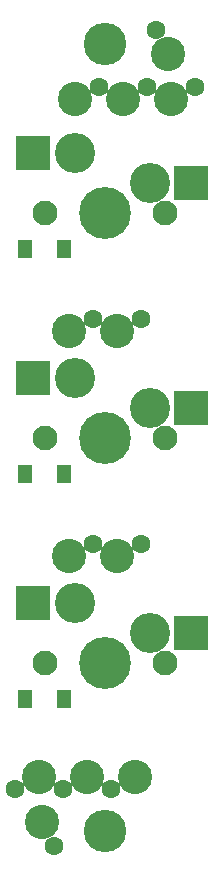
<source format=gts>
%TF.GenerationSoftware,KiCad,Pcbnew,5.0.0+dfsg1-2*%
%TF.CreationDate,2019-02-10T19:26:03+01:00*%
%TF.ProjectId,yatara-puno-mx-3,7961746172612D70756E6F2D6D782D33,0.2*%
%TF.SameCoordinates,Original*%
%TF.FileFunction,Soldermask,Top*%
%TF.FilePolarity,Negative*%
%FSLAX46Y46*%
G04 Gerber Fmt 4.6, Leading zero omitted, Abs format (unit mm)*
G04 Created by KiCad (PCBNEW 5.0.0+dfsg1-2) date Sun Feb 10 19:26:03 2019*
%MOMM*%
%LPD*%
G01*
G04 APERTURE LIST*
%ADD10R,1.300000X1.600000*%
%ADD11C,2.900000*%
%ADD12R,2.950000X2.900000*%
%ADD13C,3.400000*%
%ADD14C,2.100000*%
%ADD15C,4.400000*%
%ADD16C,1.600000*%
%ADD17C,3.600000*%
G04 APERTURE END LIST*
D10*
X67270000Y-46098000D03*
X70570000Y-46098000D03*
X67270000Y-65148000D03*
X70570000Y-65148000D03*
X67270000Y-84198000D03*
X70570000Y-84198000D03*
D11*
X71460000Y-33398000D03*
X79588000Y-33398000D03*
X75524000Y-33398000D03*
D12*
X81360000Y-40510000D03*
X67910000Y-37970000D03*
D13*
X77810000Y-40510000D03*
X71460000Y-37970000D03*
D14*
X68920000Y-43050000D03*
X79080000Y-43050000D03*
D15*
X74000000Y-43050000D03*
D12*
X81360000Y-78610000D03*
X67910000Y-76070000D03*
D13*
X77810000Y-78610000D03*
X71460000Y-76070000D03*
D14*
X68920000Y-81150000D03*
X79080000Y-81150000D03*
D15*
X74000000Y-81150000D03*
X74000000Y-62100000D03*
D14*
X79080000Y-62100000D03*
X68920000Y-62100000D03*
D13*
X71460000Y-57020000D03*
X77810000Y-59560000D03*
D12*
X67910000Y-57020000D03*
X81360000Y-59560000D03*
D11*
X76538000Y-90802000D03*
X72476000Y-90802000D03*
X68410000Y-90802000D03*
X79334000Y-29588000D03*
X68664000Y-94612000D03*
X75016000Y-72133000D03*
X70952000Y-53083000D03*
X75016000Y-53083000D03*
X70952000Y-72133000D03*
D16*
X77048000Y-52067000D03*
X72984000Y-52067000D03*
X77048000Y-71117000D03*
X72984000Y-71117000D03*
X69682000Y-96644000D03*
X66380000Y-91818000D03*
X74508000Y-91818000D03*
X70444000Y-91818000D03*
X81620000Y-32382000D03*
X77556000Y-32382000D03*
X73492000Y-32382000D03*
D17*
X74000000Y-95437500D03*
X74000000Y-28762500D03*
D16*
X78318000Y-27556000D03*
M02*

</source>
